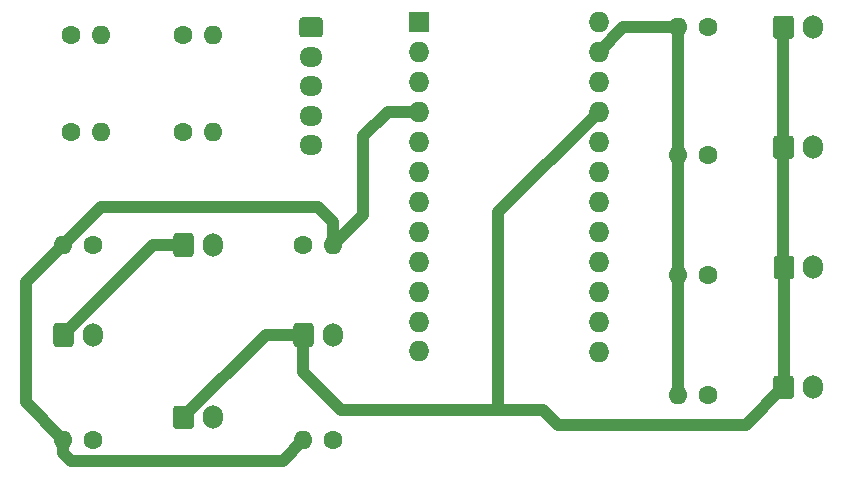
<source format=gbr>
G04 #@! TF.GenerationSoftware,KiCad,Pcbnew,(5.1.2-1)-1*
G04 #@! TF.CreationDate,2019-08-04T20:02:10-04:00*
G04 #@! TF.ProjectId,Pyxel-Paradise,50797865-6c2d-4506-9172-61646973652e,rev?*
G04 #@! TF.SameCoordinates,Original*
G04 #@! TF.FileFunction,Copper,L1,Top*
G04 #@! TF.FilePolarity,Positive*
%FSLAX46Y46*%
G04 Gerber Fmt 4.6, Leading zero omitted, Abs format (unit mm)*
G04 Created by KiCad (PCBNEW (5.1.2-1)-1) date 2019-08-04 20:02:10*
%MOMM*%
%LPD*%
G04 APERTURE LIST*
%ADD10C,0.100000*%
%ADD11C,1.700000*%
%ADD12O,1.950000X1.700000*%
%ADD13O,1.700000X2.000000*%
%ADD14O,1.600000X1.600000*%
%ADD15C,1.600000*%
%ADD16O,1.727200X1.727200*%
%ADD17R,1.727200X1.727200*%
%ADD18C,1.000000*%
G04 APERTURE END LIST*
D10*
G36*
X77584504Y-105831204D02*
G01*
X77608773Y-105834804D01*
X77632571Y-105840765D01*
X77655671Y-105849030D01*
X77677849Y-105859520D01*
X77698893Y-105872133D01*
X77718598Y-105886747D01*
X77736777Y-105903223D01*
X77753253Y-105921402D01*
X77767867Y-105941107D01*
X77780480Y-105962151D01*
X77790970Y-105984329D01*
X77799235Y-106007429D01*
X77805196Y-106031227D01*
X77808796Y-106055496D01*
X77810000Y-106080000D01*
X77810000Y-107280000D01*
X77808796Y-107304504D01*
X77805196Y-107328773D01*
X77799235Y-107352571D01*
X77790970Y-107375671D01*
X77780480Y-107397849D01*
X77767867Y-107418893D01*
X77753253Y-107438598D01*
X77736777Y-107456777D01*
X77718598Y-107473253D01*
X77698893Y-107487867D01*
X77677849Y-107500480D01*
X77655671Y-107510970D01*
X77632571Y-107519235D01*
X77608773Y-107525196D01*
X77584504Y-107528796D01*
X77560000Y-107530000D01*
X76110000Y-107530000D01*
X76085496Y-107528796D01*
X76061227Y-107525196D01*
X76037429Y-107519235D01*
X76014329Y-107510970D01*
X75992151Y-107500480D01*
X75971107Y-107487867D01*
X75951402Y-107473253D01*
X75933223Y-107456777D01*
X75916747Y-107438598D01*
X75902133Y-107418893D01*
X75889520Y-107397849D01*
X75879030Y-107375671D01*
X75870765Y-107352571D01*
X75864804Y-107328773D01*
X75861204Y-107304504D01*
X75860000Y-107280000D01*
X75860000Y-106080000D01*
X75861204Y-106055496D01*
X75864804Y-106031227D01*
X75870765Y-106007429D01*
X75879030Y-105984329D01*
X75889520Y-105962151D01*
X75902133Y-105941107D01*
X75916747Y-105921402D01*
X75933223Y-105903223D01*
X75951402Y-105886747D01*
X75971107Y-105872133D01*
X75992151Y-105859520D01*
X76014329Y-105849030D01*
X76037429Y-105840765D01*
X76061227Y-105834804D01*
X76085496Y-105831204D01*
X76110000Y-105830000D01*
X77560000Y-105830000D01*
X77584504Y-105831204D01*
X77584504Y-105831204D01*
G37*
D11*
X76835000Y-106680000D03*
D12*
X76835000Y-109180000D03*
X76835000Y-111680000D03*
X76835000Y-114180000D03*
X76835000Y-116680000D03*
D10*
G36*
X66664504Y-124096204D02*
G01*
X66688773Y-124099804D01*
X66712571Y-124105765D01*
X66735671Y-124114030D01*
X66757849Y-124124520D01*
X66778893Y-124137133D01*
X66798598Y-124151747D01*
X66816777Y-124168223D01*
X66833253Y-124186402D01*
X66847867Y-124206107D01*
X66860480Y-124227151D01*
X66870970Y-124249329D01*
X66879235Y-124272429D01*
X66885196Y-124296227D01*
X66888796Y-124320496D01*
X66890000Y-124345000D01*
X66890000Y-125845000D01*
X66888796Y-125869504D01*
X66885196Y-125893773D01*
X66879235Y-125917571D01*
X66870970Y-125940671D01*
X66860480Y-125962849D01*
X66847867Y-125983893D01*
X66833253Y-126003598D01*
X66816777Y-126021777D01*
X66798598Y-126038253D01*
X66778893Y-126052867D01*
X66757849Y-126065480D01*
X66735671Y-126075970D01*
X66712571Y-126084235D01*
X66688773Y-126090196D01*
X66664504Y-126093796D01*
X66640000Y-126095000D01*
X65440000Y-126095000D01*
X65415496Y-126093796D01*
X65391227Y-126090196D01*
X65367429Y-126084235D01*
X65344329Y-126075970D01*
X65322151Y-126065480D01*
X65301107Y-126052867D01*
X65281402Y-126038253D01*
X65263223Y-126021777D01*
X65246747Y-126003598D01*
X65232133Y-125983893D01*
X65219520Y-125962849D01*
X65209030Y-125940671D01*
X65200765Y-125917571D01*
X65194804Y-125893773D01*
X65191204Y-125869504D01*
X65190000Y-125845000D01*
X65190000Y-124345000D01*
X65191204Y-124320496D01*
X65194804Y-124296227D01*
X65200765Y-124272429D01*
X65209030Y-124249329D01*
X65219520Y-124227151D01*
X65232133Y-124206107D01*
X65246747Y-124186402D01*
X65263223Y-124168223D01*
X65281402Y-124151747D01*
X65301107Y-124137133D01*
X65322151Y-124124520D01*
X65344329Y-124114030D01*
X65367429Y-124105765D01*
X65391227Y-124099804D01*
X65415496Y-124096204D01*
X65440000Y-124095000D01*
X66640000Y-124095000D01*
X66664504Y-124096204D01*
X66664504Y-124096204D01*
G37*
D11*
X66040000Y-125095000D03*
D13*
X68540000Y-125095000D03*
X78700000Y-132715000D03*
D10*
G36*
X76824504Y-131716204D02*
G01*
X76848773Y-131719804D01*
X76872571Y-131725765D01*
X76895671Y-131734030D01*
X76917849Y-131744520D01*
X76938893Y-131757133D01*
X76958598Y-131771747D01*
X76976777Y-131788223D01*
X76993253Y-131806402D01*
X77007867Y-131826107D01*
X77020480Y-131847151D01*
X77030970Y-131869329D01*
X77039235Y-131892429D01*
X77045196Y-131916227D01*
X77048796Y-131940496D01*
X77050000Y-131965000D01*
X77050000Y-133465000D01*
X77048796Y-133489504D01*
X77045196Y-133513773D01*
X77039235Y-133537571D01*
X77030970Y-133560671D01*
X77020480Y-133582849D01*
X77007867Y-133603893D01*
X76993253Y-133623598D01*
X76976777Y-133641777D01*
X76958598Y-133658253D01*
X76938893Y-133672867D01*
X76917849Y-133685480D01*
X76895671Y-133695970D01*
X76872571Y-133704235D01*
X76848773Y-133710196D01*
X76824504Y-133713796D01*
X76800000Y-133715000D01*
X75600000Y-133715000D01*
X75575496Y-133713796D01*
X75551227Y-133710196D01*
X75527429Y-133704235D01*
X75504329Y-133695970D01*
X75482151Y-133685480D01*
X75461107Y-133672867D01*
X75441402Y-133658253D01*
X75423223Y-133641777D01*
X75406747Y-133623598D01*
X75392133Y-133603893D01*
X75379520Y-133582849D01*
X75369030Y-133560671D01*
X75360765Y-133537571D01*
X75354804Y-133513773D01*
X75351204Y-133489504D01*
X75350000Y-133465000D01*
X75350000Y-131965000D01*
X75351204Y-131940496D01*
X75354804Y-131916227D01*
X75360765Y-131892429D01*
X75369030Y-131869329D01*
X75379520Y-131847151D01*
X75392133Y-131826107D01*
X75406747Y-131806402D01*
X75423223Y-131788223D01*
X75441402Y-131771747D01*
X75461107Y-131757133D01*
X75482151Y-131744520D01*
X75504329Y-131734030D01*
X75527429Y-131725765D01*
X75551227Y-131719804D01*
X75575496Y-131716204D01*
X75600000Y-131715000D01*
X76800000Y-131715000D01*
X76824504Y-131716204D01*
X76824504Y-131716204D01*
G37*
D11*
X76200000Y-132715000D03*
D10*
G36*
X66664504Y-138701204D02*
G01*
X66688773Y-138704804D01*
X66712571Y-138710765D01*
X66735671Y-138719030D01*
X66757849Y-138729520D01*
X66778893Y-138742133D01*
X66798598Y-138756747D01*
X66816777Y-138773223D01*
X66833253Y-138791402D01*
X66847867Y-138811107D01*
X66860480Y-138832151D01*
X66870970Y-138854329D01*
X66879235Y-138877429D01*
X66885196Y-138901227D01*
X66888796Y-138925496D01*
X66890000Y-138950000D01*
X66890000Y-140450000D01*
X66888796Y-140474504D01*
X66885196Y-140498773D01*
X66879235Y-140522571D01*
X66870970Y-140545671D01*
X66860480Y-140567849D01*
X66847867Y-140588893D01*
X66833253Y-140608598D01*
X66816777Y-140626777D01*
X66798598Y-140643253D01*
X66778893Y-140657867D01*
X66757849Y-140670480D01*
X66735671Y-140680970D01*
X66712571Y-140689235D01*
X66688773Y-140695196D01*
X66664504Y-140698796D01*
X66640000Y-140700000D01*
X65440000Y-140700000D01*
X65415496Y-140698796D01*
X65391227Y-140695196D01*
X65367429Y-140689235D01*
X65344329Y-140680970D01*
X65322151Y-140670480D01*
X65301107Y-140657867D01*
X65281402Y-140643253D01*
X65263223Y-140626777D01*
X65246747Y-140608598D01*
X65232133Y-140588893D01*
X65219520Y-140567849D01*
X65209030Y-140545671D01*
X65200765Y-140522571D01*
X65194804Y-140498773D01*
X65191204Y-140474504D01*
X65190000Y-140450000D01*
X65190000Y-138950000D01*
X65191204Y-138925496D01*
X65194804Y-138901227D01*
X65200765Y-138877429D01*
X65209030Y-138854329D01*
X65219520Y-138832151D01*
X65232133Y-138811107D01*
X65246747Y-138791402D01*
X65263223Y-138773223D01*
X65281402Y-138756747D01*
X65301107Y-138742133D01*
X65322151Y-138729520D01*
X65344329Y-138719030D01*
X65367429Y-138710765D01*
X65391227Y-138704804D01*
X65415496Y-138701204D01*
X65440000Y-138700000D01*
X66640000Y-138700000D01*
X66664504Y-138701204D01*
X66664504Y-138701204D01*
G37*
D11*
X66040000Y-139700000D03*
D13*
X68540000Y-139700000D03*
X58380000Y-132715000D03*
D10*
G36*
X56504504Y-131716204D02*
G01*
X56528773Y-131719804D01*
X56552571Y-131725765D01*
X56575671Y-131734030D01*
X56597849Y-131744520D01*
X56618893Y-131757133D01*
X56638598Y-131771747D01*
X56656777Y-131788223D01*
X56673253Y-131806402D01*
X56687867Y-131826107D01*
X56700480Y-131847151D01*
X56710970Y-131869329D01*
X56719235Y-131892429D01*
X56725196Y-131916227D01*
X56728796Y-131940496D01*
X56730000Y-131965000D01*
X56730000Y-133465000D01*
X56728796Y-133489504D01*
X56725196Y-133513773D01*
X56719235Y-133537571D01*
X56710970Y-133560671D01*
X56700480Y-133582849D01*
X56687867Y-133603893D01*
X56673253Y-133623598D01*
X56656777Y-133641777D01*
X56638598Y-133658253D01*
X56618893Y-133672867D01*
X56597849Y-133685480D01*
X56575671Y-133695970D01*
X56552571Y-133704235D01*
X56528773Y-133710196D01*
X56504504Y-133713796D01*
X56480000Y-133715000D01*
X55280000Y-133715000D01*
X55255496Y-133713796D01*
X55231227Y-133710196D01*
X55207429Y-133704235D01*
X55184329Y-133695970D01*
X55162151Y-133685480D01*
X55141107Y-133672867D01*
X55121402Y-133658253D01*
X55103223Y-133641777D01*
X55086747Y-133623598D01*
X55072133Y-133603893D01*
X55059520Y-133582849D01*
X55049030Y-133560671D01*
X55040765Y-133537571D01*
X55034804Y-133513773D01*
X55031204Y-133489504D01*
X55030000Y-133465000D01*
X55030000Y-131965000D01*
X55031204Y-131940496D01*
X55034804Y-131916227D01*
X55040765Y-131892429D01*
X55049030Y-131869329D01*
X55059520Y-131847151D01*
X55072133Y-131826107D01*
X55086747Y-131806402D01*
X55103223Y-131788223D01*
X55121402Y-131771747D01*
X55141107Y-131757133D01*
X55162151Y-131744520D01*
X55184329Y-131734030D01*
X55207429Y-131725765D01*
X55231227Y-131719804D01*
X55255496Y-131716204D01*
X55280000Y-131715000D01*
X56480000Y-131715000D01*
X56504504Y-131716204D01*
X56504504Y-131716204D01*
G37*
D11*
X55880000Y-132715000D03*
D10*
G36*
X117464504Y-105681204D02*
G01*
X117488773Y-105684804D01*
X117512571Y-105690765D01*
X117535671Y-105699030D01*
X117557849Y-105709520D01*
X117578893Y-105722133D01*
X117598598Y-105736747D01*
X117616777Y-105753223D01*
X117633253Y-105771402D01*
X117647867Y-105791107D01*
X117660480Y-105812151D01*
X117670970Y-105834329D01*
X117679235Y-105857429D01*
X117685196Y-105881227D01*
X117688796Y-105905496D01*
X117690000Y-105930000D01*
X117690000Y-107430000D01*
X117688796Y-107454504D01*
X117685196Y-107478773D01*
X117679235Y-107502571D01*
X117670970Y-107525671D01*
X117660480Y-107547849D01*
X117647867Y-107568893D01*
X117633253Y-107588598D01*
X117616777Y-107606777D01*
X117598598Y-107623253D01*
X117578893Y-107637867D01*
X117557849Y-107650480D01*
X117535671Y-107660970D01*
X117512571Y-107669235D01*
X117488773Y-107675196D01*
X117464504Y-107678796D01*
X117440000Y-107680000D01*
X116240000Y-107680000D01*
X116215496Y-107678796D01*
X116191227Y-107675196D01*
X116167429Y-107669235D01*
X116144329Y-107660970D01*
X116122151Y-107650480D01*
X116101107Y-107637867D01*
X116081402Y-107623253D01*
X116063223Y-107606777D01*
X116046747Y-107588598D01*
X116032133Y-107568893D01*
X116019520Y-107547849D01*
X116009030Y-107525671D01*
X116000765Y-107502571D01*
X115994804Y-107478773D01*
X115991204Y-107454504D01*
X115990000Y-107430000D01*
X115990000Y-105930000D01*
X115991204Y-105905496D01*
X115994804Y-105881227D01*
X116000765Y-105857429D01*
X116009030Y-105834329D01*
X116019520Y-105812151D01*
X116032133Y-105791107D01*
X116046747Y-105771402D01*
X116063223Y-105753223D01*
X116081402Y-105736747D01*
X116101107Y-105722133D01*
X116122151Y-105709520D01*
X116144329Y-105699030D01*
X116167429Y-105690765D01*
X116191227Y-105684804D01*
X116215496Y-105681204D01*
X116240000Y-105680000D01*
X117440000Y-105680000D01*
X117464504Y-105681204D01*
X117464504Y-105681204D01*
G37*
D11*
X116840000Y-106680000D03*
D13*
X119340000Y-106680000D03*
X119340000Y-116840000D03*
D10*
G36*
X117464504Y-115841204D02*
G01*
X117488773Y-115844804D01*
X117512571Y-115850765D01*
X117535671Y-115859030D01*
X117557849Y-115869520D01*
X117578893Y-115882133D01*
X117598598Y-115896747D01*
X117616777Y-115913223D01*
X117633253Y-115931402D01*
X117647867Y-115951107D01*
X117660480Y-115972151D01*
X117670970Y-115994329D01*
X117679235Y-116017429D01*
X117685196Y-116041227D01*
X117688796Y-116065496D01*
X117690000Y-116090000D01*
X117690000Y-117590000D01*
X117688796Y-117614504D01*
X117685196Y-117638773D01*
X117679235Y-117662571D01*
X117670970Y-117685671D01*
X117660480Y-117707849D01*
X117647867Y-117728893D01*
X117633253Y-117748598D01*
X117616777Y-117766777D01*
X117598598Y-117783253D01*
X117578893Y-117797867D01*
X117557849Y-117810480D01*
X117535671Y-117820970D01*
X117512571Y-117829235D01*
X117488773Y-117835196D01*
X117464504Y-117838796D01*
X117440000Y-117840000D01*
X116240000Y-117840000D01*
X116215496Y-117838796D01*
X116191227Y-117835196D01*
X116167429Y-117829235D01*
X116144329Y-117820970D01*
X116122151Y-117810480D01*
X116101107Y-117797867D01*
X116081402Y-117783253D01*
X116063223Y-117766777D01*
X116046747Y-117748598D01*
X116032133Y-117728893D01*
X116019520Y-117707849D01*
X116009030Y-117685671D01*
X116000765Y-117662571D01*
X115994804Y-117638773D01*
X115991204Y-117614504D01*
X115990000Y-117590000D01*
X115990000Y-116090000D01*
X115991204Y-116065496D01*
X115994804Y-116041227D01*
X116000765Y-116017429D01*
X116009030Y-115994329D01*
X116019520Y-115972151D01*
X116032133Y-115951107D01*
X116046747Y-115931402D01*
X116063223Y-115913223D01*
X116081402Y-115896747D01*
X116101107Y-115882133D01*
X116122151Y-115869520D01*
X116144329Y-115859030D01*
X116167429Y-115850765D01*
X116191227Y-115844804D01*
X116215496Y-115841204D01*
X116240000Y-115840000D01*
X117440000Y-115840000D01*
X117464504Y-115841204D01*
X117464504Y-115841204D01*
G37*
D11*
X116840000Y-116840000D03*
D10*
G36*
X117504504Y-126001204D02*
G01*
X117528773Y-126004804D01*
X117552571Y-126010765D01*
X117575671Y-126019030D01*
X117597849Y-126029520D01*
X117618893Y-126042133D01*
X117638598Y-126056747D01*
X117656777Y-126073223D01*
X117673253Y-126091402D01*
X117687867Y-126111107D01*
X117700480Y-126132151D01*
X117710970Y-126154329D01*
X117719235Y-126177429D01*
X117725196Y-126201227D01*
X117728796Y-126225496D01*
X117730000Y-126250000D01*
X117730000Y-127750000D01*
X117728796Y-127774504D01*
X117725196Y-127798773D01*
X117719235Y-127822571D01*
X117710970Y-127845671D01*
X117700480Y-127867849D01*
X117687867Y-127888893D01*
X117673253Y-127908598D01*
X117656777Y-127926777D01*
X117638598Y-127943253D01*
X117618893Y-127957867D01*
X117597849Y-127970480D01*
X117575671Y-127980970D01*
X117552571Y-127989235D01*
X117528773Y-127995196D01*
X117504504Y-127998796D01*
X117480000Y-128000000D01*
X116280000Y-128000000D01*
X116255496Y-127998796D01*
X116231227Y-127995196D01*
X116207429Y-127989235D01*
X116184329Y-127980970D01*
X116162151Y-127970480D01*
X116141107Y-127957867D01*
X116121402Y-127943253D01*
X116103223Y-127926777D01*
X116086747Y-127908598D01*
X116072133Y-127888893D01*
X116059520Y-127867849D01*
X116049030Y-127845671D01*
X116040765Y-127822571D01*
X116034804Y-127798773D01*
X116031204Y-127774504D01*
X116030000Y-127750000D01*
X116030000Y-126250000D01*
X116031204Y-126225496D01*
X116034804Y-126201227D01*
X116040765Y-126177429D01*
X116049030Y-126154329D01*
X116059520Y-126132151D01*
X116072133Y-126111107D01*
X116086747Y-126091402D01*
X116103223Y-126073223D01*
X116121402Y-126056747D01*
X116141107Y-126042133D01*
X116162151Y-126029520D01*
X116184329Y-126019030D01*
X116207429Y-126010765D01*
X116231227Y-126004804D01*
X116255496Y-126001204D01*
X116280000Y-126000000D01*
X117480000Y-126000000D01*
X117504504Y-126001204D01*
X117504504Y-126001204D01*
G37*
D11*
X116880000Y-127000000D03*
D13*
X119380000Y-127000000D03*
X119340000Y-137160000D03*
D10*
G36*
X117464504Y-136161204D02*
G01*
X117488773Y-136164804D01*
X117512571Y-136170765D01*
X117535671Y-136179030D01*
X117557849Y-136189520D01*
X117578893Y-136202133D01*
X117598598Y-136216747D01*
X117616777Y-136233223D01*
X117633253Y-136251402D01*
X117647867Y-136271107D01*
X117660480Y-136292151D01*
X117670970Y-136314329D01*
X117679235Y-136337429D01*
X117685196Y-136361227D01*
X117688796Y-136385496D01*
X117690000Y-136410000D01*
X117690000Y-137910000D01*
X117688796Y-137934504D01*
X117685196Y-137958773D01*
X117679235Y-137982571D01*
X117670970Y-138005671D01*
X117660480Y-138027849D01*
X117647867Y-138048893D01*
X117633253Y-138068598D01*
X117616777Y-138086777D01*
X117598598Y-138103253D01*
X117578893Y-138117867D01*
X117557849Y-138130480D01*
X117535671Y-138140970D01*
X117512571Y-138149235D01*
X117488773Y-138155196D01*
X117464504Y-138158796D01*
X117440000Y-138160000D01*
X116240000Y-138160000D01*
X116215496Y-138158796D01*
X116191227Y-138155196D01*
X116167429Y-138149235D01*
X116144329Y-138140970D01*
X116122151Y-138130480D01*
X116101107Y-138117867D01*
X116081402Y-138103253D01*
X116063223Y-138086777D01*
X116046747Y-138068598D01*
X116032133Y-138048893D01*
X116019520Y-138027849D01*
X116009030Y-138005671D01*
X116000765Y-137982571D01*
X115994804Y-137958773D01*
X115991204Y-137934504D01*
X115990000Y-137910000D01*
X115990000Y-136410000D01*
X115991204Y-136385496D01*
X115994804Y-136361227D01*
X116000765Y-136337429D01*
X116009030Y-136314329D01*
X116019520Y-136292151D01*
X116032133Y-136271107D01*
X116046747Y-136251402D01*
X116063223Y-136233223D01*
X116081402Y-136216747D01*
X116101107Y-136202133D01*
X116122151Y-136189520D01*
X116144329Y-136179030D01*
X116167429Y-136170765D01*
X116191227Y-136164804D01*
X116215496Y-136161204D01*
X116240000Y-136160000D01*
X117440000Y-136160000D01*
X117464504Y-136161204D01*
X117464504Y-136161204D01*
G37*
D11*
X116840000Y-137160000D03*
D14*
X55880000Y-125095000D03*
D15*
X58420000Y-125095000D03*
X58420000Y-141605000D03*
D14*
X55880000Y-141605000D03*
D15*
X110490000Y-106680000D03*
D14*
X107950000Y-106680000D03*
X107950000Y-117475000D03*
D15*
X110490000Y-117475000D03*
X110490000Y-127635000D03*
D14*
X107950000Y-127635000D03*
X107950000Y-137795000D03*
D15*
X110490000Y-137795000D03*
X76200000Y-125095000D03*
D14*
X78740000Y-125095000D03*
X76200000Y-141605000D03*
D15*
X78740000Y-141605000D03*
X56515000Y-115570000D03*
D14*
X59055000Y-115570000D03*
X68580000Y-115570000D03*
D15*
X66040000Y-115570000D03*
X56515000Y-107315000D03*
D14*
X59055000Y-107315000D03*
X68580000Y-107315000D03*
D15*
X66040000Y-107315000D03*
D16*
X101236000Y-123969000D03*
X85996000Y-116349000D03*
X101236000Y-108729000D03*
X101236000Y-126509000D03*
X101236000Y-129049000D03*
X101236000Y-131589000D03*
X101236000Y-121429000D03*
X85996000Y-131589000D03*
X85996000Y-129049000D03*
X85996000Y-126509000D03*
X85996000Y-123969000D03*
X85996000Y-121429000D03*
X85996000Y-111269000D03*
X85996000Y-113809000D03*
X85996000Y-108729000D03*
X101236000Y-116349000D03*
X101236000Y-118889000D03*
X101236000Y-113809000D03*
X85996000Y-118889000D03*
X101236000Y-111269000D03*
X101236000Y-106189000D03*
D17*
X85996000Y-106189000D03*
D16*
X85996000Y-134112000D03*
X101236000Y-134129000D03*
D18*
X85996000Y-113809000D02*
X83329000Y-113809000D01*
X83329000Y-113809000D02*
X81280000Y-115858000D01*
X81280000Y-122555000D02*
X78740000Y-125095000D01*
X81280000Y-115858000D02*
X81280000Y-122555000D01*
X55880000Y-142736370D02*
X56515000Y-143371370D01*
X55880000Y-141605000D02*
X55880000Y-142736370D01*
X74433630Y-143371370D02*
X76200000Y-141605000D01*
X56515000Y-143371370D02*
X74433630Y-143371370D01*
X107950000Y-117475000D02*
X107950000Y-106680000D01*
X107950000Y-117475000D02*
X107950000Y-127635000D01*
X107950000Y-127635000D02*
X107950000Y-137795000D01*
X55880000Y-125095000D02*
X59055000Y-121920000D01*
X59055000Y-121920000D02*
X77470000Y-121920000D01*
X78740000Y-123190000D02*
X77470000Y-121920000D01*
X78740000Y-125095000D02*
X78740000Y-123190000D01*
X52705000Y-128270000D02*
X55880000Y-125095000D01*
X52705000Y-138430000D02*
X52705000Y-128270000D01*
X55880000Y-141605000D02*
X52705000Y-138430000D01*
X103285000Y-106680000D02*
X101236000Y-108729000D01*
X107950000Y-106680000D02*
X103285000Y-106680000D01*
X63500000Y-125095000D02*
X66040000Y-125095000D01*
X55880000Y-132715000D02*
X63500000Y-125095000D01*
X73025000Y-132715000D02*
X76200000Y-132715000D01*
X66040000Y-139700000D02*
X73025000Y-132715000D01*
X76200000Y-132715000D02*
X76200000Y-135890000D01*
X76200000Y-135890000D02*
X79375000Y-139065000D01*
X116840000Y-106680000D02*
X116840000Y-116840000D01*
X116840000Y-126960000D02*
X116880000Y-127000000D01*
X116840000Y-116840000D02*
X116840000Y-126960000D01*
X116880000Y-137120000D02*
X116840000Y-137160000D01*
X116880000Y-127000000D02*
X116880000Y-137120000D01*
X116840000Y-137160000D02*
X113665000Y-140335000D01*
X97790000Y-140335000D02*
X96520000Y-139065000D01*
X113665000Y-140335000D02*
X97790000Y-140335000D01*
X101236000Y-113809000D02*
X92710000Y-122335000D01*
X92710000Y-139065000D02*
X96520000Y-139065000D01*
X92710000Y-122335000D02*
X92710000Y-139065000D01*
X79375000Y-139065000D02*
X92710000Y-139065000D01*
M02*

</source>
